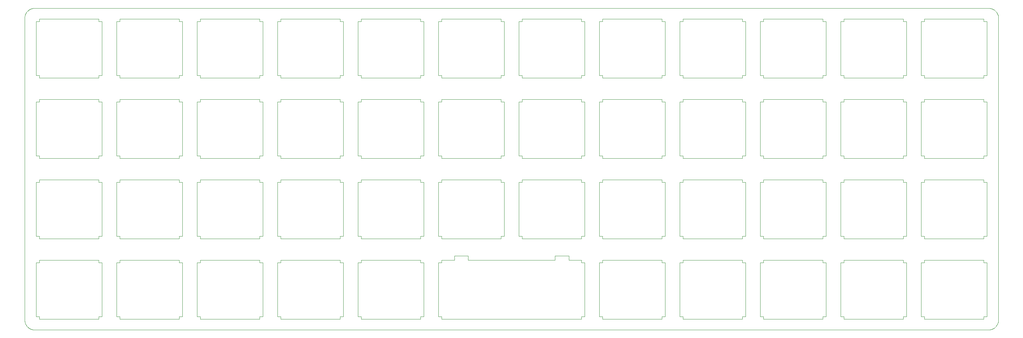
<source format=gm1>
G04 #@! TF.GenerationSoftware,KiCad,Pcbnew,(5.0.0)*
G04 #@! TF.CreationDate,2018-11-27T16:47:10-08:00*
G04 #@! TF.ProjectId,ContraTopPlate,436F6E747261546F70506C6174652E6B,rev?*
G04 #@! TF.SameCoordinates,Original*
G04 #@! TF.FileFunction,Profile,NP*
%FSLAX46Y46*%
G04 Gerber Fmt 4.6, Leading zero omitted, Abs format (unit mm)*
G04 Created by KiCad (PCBNEW (5.0.0)) date 11/27/18 16:47:10*
%MOMM*%
%LPD*%
G01*
G04 APERTURE LIST*
G04 #@! TA.AperFunction,NonConductor*
%ADD10C,0.100000*%
G04 #@! TD*
G04 APERTURE END LIST*
D10*
G04 #@! TO.C,p1*
X171958000Y-70358000D02*
X171958000Y-83158600D01*
X153708000Y-83757900D02*
X167708000Y-83757900D01*
X191809000Y-83158600D02*
X191809000Y-83757900D01*
X210859000Y-83757900D02*
X224858000Y-83757900D01*
X205808000Y-70358000D02*
X205808000Y-69758600D01*
X148657000Y-70358000D02*
X148657000Y-69758600D01*
X186758000Y-69758600D02*
X172759000Y-69758600D01*
X134657800Y-83158600D02*
X134657800Y-83757900D01*
X187559000Y-70358000D02*
X186758000Y-70358000D01*
X224858000Y-83757900D02*
X224858000Y-83158600D01*
X224858000Y-83158600D02*
X225659000Y-83158600D01*
X206609000Y-70358000D02*
X205808000Y-70358000D01*
X186758000Y-83757900D02*
X186758000Y-83158600D01*
X148657000Y-83757900D02*
X148657000Y-83158600D01*
X152907000Y-70358000D02*
X152907000Y-83158600D01*
X171958000Y-83158600D02*
X172759000Y-83158600D01*
X191809000Y-69758600D02*
X191809000Y-70358000D01*
X148657000Y-69758600D02*
X134657800Y-69758600D01*
X225659000Y-83158600D02*
X225659000Y-70358000D01*
X167708000Y-83757900D02*
X167708000Y-83158600D01*
X149458000Y-70358000D02*
X148657000Y-70358000D01*
X205808000Y-69758600D02*
X191809000Y-69758600D01*
X210859000Y-69758600D02*
X210859000Y-70358000D01*
X229909000Y-69758600D02*
X229909000Y-70358000D01*
X229108000Y-70358000D02*
X229108000Y-83158600D01*
X210058000Y-70358000D02*
X210058000Y-83158600D01*
X229108000Y-83158600D02*
X229909000Y-83158600D01*
X191008000Y-83158600D02*
X191809000Y-83158600D01*
X172759000Y-69758600D02*
X172759000Y-70358000D01*
X168509000Y-70358000D02*
X167708000Y-70358000D01*
X153708000Y-69758600D02*
X153708000Y-70358000D01*
X153708000Y-70358000D02*
X152907000Y-70358000D01*
X167708000Y-69758600D02*
X153708000Y-69758600D01*
X133858400Y-70358000D02*
X133858400Y-83158600D01*
X172759000Y-70358000D02*
X171958000Y-70358000D01*
X224858000Y-69758600D02*
X210859000Y-69758600D01*
X186758000Y-70358000D02*
X186758000Y-69758600D01*
X206609000Y-83158600D02*
X206609000Y-70358000D01*
X134657800Y-69758600D02*
X134657800Y-70358000D01*
X172759000Y-83158600D02*
X172759000Y-83757900D01*
X148657000Y-83158600D02*
X149458000Y-83158600D01*
X168509000Y-83158600D02*
X168509000Y-70358000D01*
X134657800Y-70358000D02*
X133858400Y-70358000D01*
X205808000Y-83158600D02*
X206609000Y-83158600D01*
X186758000Y-83158600D02*
X187559000Y-83158600D01*
X187559000Y-83158600D02*
X187559000Y-70358000D01*
X191008000Y-70358000D02*
X191008000Y-83158600D01*
X210859000Y-70358000D02*
X210058000Y-70358000D01*
X210058000Y-83158600D02*
X210859000Y-83158600D01*
X210859000Y-83158600D02*
X210859000Y-83757900D01*
X225659000Y-70358000D02*
X224858000Y-70358000D01*
X134657800Y-83757900D02*
X148657000Y-83757900D01*
X167708000Y-83158600D02*
X168509000Y-83158600D01*
X224858000Y-70358000D02*
X224858000Y-69758600D01*
X133858400Y-83158600D02*
X134657800Y-83158600D01*
X167708000Y-70358000D02*
X167708000Y-69758600D01*
X172759000Y-83757900D02*
X186758000Y-83757900D01*
X191809000Y-83757900D02*
X205808000Y-83757900D01*
X205808000Y-83757900D02*
X205808000Y-83158600D01*
X191809000Y-70358000D02*
X191008000Y-70358000D01*
X229909000Y-70358000D02*
X229108000Y-70358000D01*
X149458000Y-83158600D02*
X149458000Y-70358000D01*
X152907000Y-83158600D02*
X153708000Y-83158600D01*
X153708000Y-83158600D02*
X153708000Y-83757900D01*
X72458500Y-83757900D02*
X72458500Y-83158600D01*
X92309300Y-70358000D02*
X91508500Y-70358000D01*
X53408600Y-83158600D02*
X54209200Y-83158600D01*
X58459100Y-69758600D02*
X58459100Y-70358000D01*
X72458500Y-83158600D02*
X73259300Y-83158600D01*
X96559200Y-83757900D02*
X110558500Y-83757900D01*
X110558500Y-69758600D02*
X96559200Y-69758600D01*
X114808400Y-83158600D02*
X115609200Y-83158600D01*
X130407900Y-83158600D02*
X130407900Y-70358000D01*
X130407900Y-70358000D02*
X129608500Y-70358000D01*
X91508500Y-83158600D02*
X92309300Y-83158600D01*
X129608500Y-70358000D02*
X129608500Y-69758600D01*
X76708400Y-70358000D02*
X76708400Y-83158600D01*
X96559200Y-83158600D02*
X96559200Y-83757900D01*
X58459100Y-83757900D02*
X72458500Y-83757900D01*
X77509200Y-83158600D02*
X77509200Y-83757900D01*
X110558500Y-83158600D02*
X111359300Y-83158600D01*
X77509200Y-69758600D02*
X77509200Y-70358000D01*
X111359300Y-70358000D02*
X110558500Y-70358000D01*
X96559200Y-70358000D02*
X95758400Y-70358000D01*
X38608470Y-70358000D02*
X38608470Y-83158600D01*
X38608470Y-83158600D02*
X39409100Y-83158600D01*
X53408600Y-83757900D02*
X53408600Y-83158600D01*
X95758400Y-83158600D02*
X96559200Y-83158600D01*
X92309300Y-83158600D02*
X92309300Y-70358000D01*
X110558500Y-83757900D02*
X110558500Y-83158600D01*
X57658500Y-83158600D02*
X58459100Y-83158600D01*
X58459100Y-70358000D02*
X57658500Y-70358000D01*
X91508500Y-70358000D02*
X91508500Y-69758600D01*
X115609200Y-69758600D02*
X115609200Y-70358000D01*
X262958000Y-88808600D02*
X248959000Y-88808600D01*
X54209200Y-70358000D02*
X53408600Y-70358000D01*
X115609200Y-83158600D02*
X115609200Y-83757900D01*
X129608500Y-69758600D02*
X115609200Y-69758600D01*
X263759000Y-89408000D02*
X262958000Y-89408000D01*
X262958000Y-89408000D02*
X262958000Y-88808600D01*
X72458500Y-69758600D02*
X58459100Y-69758600D01*
X53408600Y-70358000D02*
X53408600Y-69758600D01*
X39409100Y-83158600D02*
X39409100Y-83757900D01*
X76708400Y-83158600D02*
X77509200Y-83158600D01*
X73259300Y-70358000D02*
X72458500Y-70358000D01*
X91508500Y-83757900D02*
X91508500Y-83158600D01*
X91508500Y-69758600D02*
X77509200Y-69758600D01*
X96559200Y-69758600D02*
X96559200Y-70358000D01*
X39409100Y-83757900D02*
X53408600Y-83757900D01*
X53408600Y-69758600D02*
X39409100Y-69758600D01*
X57658500Y-70358000D02*
X57658500Y-83158600D01*
X39409100Y-70358000D02*
X38608470Y-70358000D01*
X77509200Y-70358000D02*
X76708400Y-70358000D01*
X72458500Y-70358000D02*
X72458500Y-69758600D01*
X95758400Y-70358000D02*
X95758400Y-83158600D01*
X111359300Y-83158600D02*
X111359300Y-70358000D01*
X110558500Y-70358000D02*
X110558500Y-69758600D01*
X77509200Y-83757900D02*
X91508500Y-83757900D01*
X39409100Y-69758600D02*
X39409100Y-70358000D01*
X54209200Y-83158600D02*
X54209200Y-70358000D01*
X115609200Y-70358000D02*
X114808400Y-70358000D01*
X114808400Y-70358000D02*
X114808400Y-83158600D01*
X115609200Y-83757900D02*
X129608500Y-83757900D01*
X129608500Y-83757900D02*
X129608500Y-83158600D01*
X58459100Y-83158600D02*
X58459100Y-83757900D01*
X73259300Y-83158600D02*
X73259300Y-70358000D01*
X129608500Y-83158600D02*
X130407900Y-83158600D01*
X248959000Y-70358000D02*
X248158000Y-70358000D01*
X262958000Y-83158600D02*
X263759000Y-83158600D01*
X244709000Y-83158600D02*
X244709000Y-70358000D01*
X229909000Y-83158600D02*
X229909000Y-83757900D01*
X243908000Y-83757900D02*
X243908000Y-83158600D01*
X262958000Y-83757900D02*
X262958000Y-83158600D01*
X244709000Y-70358000D02*
X243908000Y-70358000D01*
X263759000Y-70358000D02*
X262958000Y-70358000D01*
X263759000Y-83158600D02*
X263759000Y-70358000D01*
X262958000Y-69758600D02*
X248959000Y-69758600D01*
X248959000Y-69758600D02*
X248959000Y-70358000D01*
X243908000Y-83158600D02*
X244709000Y-83158600D01*
X248959000Y-83757900D02*
X262958000Y-83757900D01*
X248959000Y-83158600D02*
X248959000Y-83757900D01*
X262958000Y-70358000D02*
X262958000Y-69758600D01*
X243908000Y-69758600D02*
X229909000Y-69758600D01*
X229909000Y-83757900D02*
X243908000Y-83757900D01*
X248158000Y-70358000D02*
X248158000Y-83158600D01*
X248158000Y-83158600D02*
X248959000Y-83158600D01*
X243908000Y-70358000D02*
X243908000Y-69758600D01*
X186758000Y-140308580D02*
X187559000Y-140308580D01*
X172759000Y-127508000D02*
X171958000Y-127508000D01*
X187559000Y-140308580D02*
X187559000Y-127508000D01*
X187559000Y-127508000D02*
X186758000Y-127508000D01*
X205808000Y-140908030D02*
X205808000Y-140308580D01*
X205808000Y-127508000D02*
X205808000Y-126908500D01*
X210058000Y-140308580D02*
X210859000Y-140308580D01*
X186758000Y-140908030D02*
X186758000Y-140308580D01*
X224858000Y-140908030D02*
X224858000Y-140308580D01*
X191008000Y-140308580D02*
X191809000Y-140308580D01*
X206609000Y-140308580D02*
X206609000Y-127508000D01*
X191809000Y-127508000D02*
X191008000Y-127508000D01*
X191809000Y-140908030D02*
X205808000Y-140908030D01*
X171958000Y-127508000D02*
X171958000Y-140308580D01*
X172759000Y-140308580D02*
X172759000Y-140908030D01*
X206609000Y-127508000D02*
X205808000Y-127508000D01*
X205808000Y-126908500D02*
X191809000Y-126908500D01*
X210859000Y-126908500D02*
X210859000Y-127508000D01*
X210859000Y-127508000D02*
X210058000Y-127508000D01*
X210058000Y-127508000D02*
X210058000Y-140308580D01*
X191809000Y-126908500D02*
X191809000Y-127508000D01*
X172759000Y-126908500D02*
X172759000Y-127508000D01*
X171958000Y-140308580D02*
X172759000Y-140308580D01*
X186758000Y-127508000D02*
X186758000Y-126908500D01*
X191809000Y-140308580D02*
X191809000Y-140908030D01*
X205808000Y-140308580D02*
X206609000Y-140308580D01*
X191008000Y-127508000D02*
X191008000Y-140308580D01*
X186758000Y-126908500D02*
X172759000Y-126908500D01*
X210859000Y-140308580D02*
X210859000Y-140908030D01*
X172759000Y-140908030D02*
X186758000Y-140908030D01*
X210859000Y-140908030D02*
X224858000Y-140908030D01*
X229909000Y-140308580D02*
X229909000Y-140908030D01*
X224858000Y-127508000D02*
X224858000Y-126908500D01*
X229909000Y-140908030D02*
X243908000Y-140908030D01*
X243908000Y-140908030D02*
X243908000Y-140308580D01*
X248158000Y-140308580D02*
X248959000Y-140308580D01*
X262958000Y-140308580D02*
X263759000Y-140308580D01*
X39409100Y-107858600D02*
X39409100Y-108458000D01*
X229108000Y-140308580D02*
X229909000Y-140308580D01*
X39409100Y-108458000D02*
X38608470Y-108458000D01*
X248959000Y-126908500D02*
X248959000Y-127508000D01*
X248959000Y-140908030D02*
X262958000Y-140908030D01*
X243908000Y-127508000D02*
X243908000Y-126908500D01*
X248158000Y-127508000D02*
X248158000Y-140308580D01*
X224858000Y-126908500D02*
X210859000Y-126908500D01*
X229909000Y-127508000D02*
X229108000Y-127508000D01*
X224858000Y-140308580D02*
X225659000Y-140308580D01*
X262958000Y-140908030D02*
X262958000Y-140308580D01*
X263759000Y-140308580D02*
X263759000Y-127508000D01*
X225659000Y-140308580D02*
X225659000Y-127508000D01*
X263759000Y-127508000D02*
X262958000Y-127508000D01*
X244709000Y-127508000D02*
X243908000Y-127508000D01*
X225659000Y-127508000D02*
X224858000Y-127508000D01*
X229909000Y-126908500D02*
X229909000Y-127508000D01*
X243908000Y-140308580D02*
X244709000Y-140308580D01*
X248959000Y-127508000D02*
X248158000Y-127508000D01*
X248959000Y-140308580D02*
X248959000Y-140908030D01*
X243908000Y-126908500D02*
X229909000Y-126908500D01*
X244709000Y-140308580D02*
X244709000Y-127508000D01*
X262958000Y-127508000D02*
X262958000Y-126908500D01*
X229108000Y-127508000D02*
X229108000Y-140308580D01*
X262958000Y-126908500D02*
X248959000Y-126908500D01*
X264291000Y-143427084D02*
X264105000Y-143433974D01*
X36865250Y-142979219D02*
X36717797Y-142863466D01*
X36337460Y-142452810D02*
X36234107Y-142297090D01*
X35948852Y-141609450D02*
X35913024Y-141426170D01*
X35882707Y-141054100D02*
X35884085Y-69614000D01*
X35913024Y-69240400D02*
X35948852Y-69057000D01*
X37353070Y-143252073D02*
X37182200Y-143174902D01*
X36581371Y-142736685D02*
X36453214Y-142600262D01*
X37707230Y-143369206D02*
X37528090Y-143318218D01*
X37019590Y-143083952D02*
X36865250Y-142979219D01*
X36453214Y-142600262D02*
X36337460Y-142452810D01*
X36064608Y-141964980D02*
X35999840Y-141789970D01*
X35999840Y-141789970D02*
X35948852Y-141609450D01*
X36234107Y-142297090D02*
X36143157Y-142134480D01*
X36143157Y-142134480D02*
X36064608Y-141964980D01*
X35913024Y-141426170D02*
X35890975Y-141240140D01*
X35890975Y-69426300D02*
X35913024Y-69240400D01*
X37890510Y-143405035D02*
X37707230Y-143369206D01*
X37182200Y-143174902D02*
X37019590Y-143083952D01*
X35884085Y-69614000D02*
X35890975Y-69426300D01*
X38263960Y-143433974D02*
X38076550Y-143427084D01*
X35999840Y-68878100D02*
X36064608Y-68702800D01*
X36717797Y-142863466D02*
X36581371Y-142736685D01*
X37528090Y-143318218D02*
X37353070Y-143252073D01*
X38076550Y-143427084D02*
X37890510Y-143405035D01*
X36064608Y-68702800D02*
X36143157Y-68532000D01*
X35948852Y-69057000D02*
X35999840Y-68878100D01*
X36143157Y-68532000D02*
X36234107Y-68369400D01*
X35890975Y-141240140D02*
X35882707Y-141054100D01*
X36234107Y-68369400D02*
X36337460Y-68215200D01*
X264105000Y-143433974D02*
X38263960Y-143433974D01*
X210859000Y-107858600D02*
X210859000Y-108458000D01*
X248959000Y-121258600D02*
X248959000Y-121858000D01*
X248959000Y-121858000D02*
X262958000Y-121858000D01*
X229909000Y-107858600D02*
X229909000Y-108458000D01*
X262958000Y-121858000D02*
X262958000Y-121258600D01*
X38608470Y-102208600D02*
X39409100Y-102208600D01*
X243908000Y-107858600D02*
X229909000Y-107858600D01*
X53408600Y-102807900D02*
X53408600Y-102208600D01*
X191809000Y-121858000D02*
X205808000Y-121858000D01*
X206609000Y-121258600D02*
X206609000Y-108458000D01*
X229909000Y-121858000D02*
X243908000Y-121858000D01*
X205808000Y-108458000D02*
X205808000Y-107858600D01*
X210859000Y-108458000D02*
X210058000Y-108458000D01*
X53408600Y-88808600D02*
X39409100Y-88808600D01*
X191008000Y-108458000D02*
X191008000Y-121258600D01*
X243908000Y-121258600D02*
X244709000Y-121258600D01*
X248158000Y-121258600D02*
X248959000Y-121258600D01*
X205808000Y-121258600D02*
X206609000Y-121258600D01*
X191809000Y-121258600D02*
X191809000Y-121858000D01*
X248959000Y-107858600D02*
X248959000Y-108458000D01*
X243908000Y-108458000D02*
X243908000Y-107858600D01*
X210859000Y-121858000D02*
X224858000Y-121858000D01*
X39409100Y-102208600D02*
X39409100Y-102807900D01*
X262958000Y-121258600D02*
X263759000Y-121258600D01*
X53408600Y-102208600D02*
X54209200Y-102208600D01*
X53408600Y-89408000D02*
X53408600Y-88808600D01*
X58459100Y-88808600D02*
X58459100Y-89408000D01*
X58459100Y-89408000D02*
X57658500Y-89408000D01*
X57658500Y-89408000D02*
X57658500Y-102208600D01*
X210058000Y-121258600D02*
X210859000Y-121258600D01*
X229108000Y-121258600D02*
X229909000Y-121258600D01*
X206609000Y-108458000D02*
X205808000Y-108458000D01*
X229909000Y-121258600D02*
X229909000Y-121858000D01*
X191809000Y-107858600D02*
X191809000Y-108458000D01*
X191809000Y-108458000D02*
X191008000Y-108458000D01*
X224858000Y-121858000D02*
X224858000Y-121258600D01*
X225659000Y-121258600D02*
X225659000Y-108458000D01*
X191008000Y-121258600D02*
X191809000Y-121258600D01*
X224858000Y-108458000D02*
X224858000Y-107858600D01*
X229909000Y-108458000D02*
X229108000Y-108458000D01*
X244709000Y-121258600D02*
X244709000Y-108458000D01*
X224858000Y-121258600D02*
X225659000Y-121258600D01*
X229108000Y-108458000D02*
X229108000Y-121258600D01*
X248959000Y-108458000D02*
X248158000Y-108458000D01*
X205808000Y-107858600D02*
X191809000Y-107858600D01*
X224858000Y-107858600D02*
X210859000Y-107858600D01*
X243908000Y-121858000D02*
X243908000Y-121258600D01*
X248158000Y-108458000D02*
X248158000Y-121258600D01*
X263759000Y-108458000D02*
X262958000Y-108458000D01*
X210058000Y-108458000D02*
X210058000Y-121258600D01*
X262958000Y-108458000D02*
X262958000Y-107858600D01*
X39409100Y-88808600D02*
X39409100Y-89408000D01*
X39409100Y-89408000D02*
X38608470Y-89408000D01*
X38608470Y-89408000D02*
X38608470Y-102208600D01*
X39409100Y-102807900D02*
X53408600Y-102807900D01*
X54209200Y-89408000D02*
X53408600Y-89408000D01*
X263759000Y-121258600D02*
X263759000Y-108458000D01*
X54209200Y-102208600D02*
X54209200Y-89408000D01*
X225659000Y-108458000D02*
X224858000Y-108458000D01*
X262958000Y-107858600D02*
X248959000Y-107858600D01*
X210859000Y-121258600D02*
X210859000Y-121858000D01*
X205808000Y-121858000D02*
X205808000Y-121258600D01*
X244709000Y-108458000D02*
X243908000Y-108458000D01*
X129608500Y-140908030D02*
X129608500Y-140308580D01*
X129608500Y-140308580D02*
X130407900Y-140308580D01*
X130407900Y-140308580D02*
X130407900Y-127508000D01*
X133858400Y-140308580D02*
X134657800Y-140308580D01*
X167708000Y-140308580D02*
X168509000Y-140308580D01*
X164734000Y-126908500D02*
X164734000Y-125938400D01*
X161434000Y-126908500D02*
X140933000Y-126908500D01*
X115609200Y-140908030D02*
X129608500Y-140908030D01*
X134657800Y-126908500D02*
X134657800Y-127508000D01*
X134657800Y-140908030D02*
X167708000Y-140908030D01*
X137634000Y-125938400D02*
X137634000Y-126908500D01*
X133858400Y-127508000D02*
X133858400Y-140308580D01*
X167708000Y-140908030D02*
X167708000Y-140308580D01*
X115609200Y-127508000D02*
X114808400Y-127508000D01*
X114808400Y-140308580D02*
X115609200Y-140308580D01*
X168509000Y-140308580D02*
X168509000Y-127508000D01*
X168509000Y-127508000D02*
X167708000Y-127508000D01*
X167708000Y-127508000D02*
X167708000Y-126908500D01*
X167708000Y-126908500D02*
X164734000Y-126908500D01*
X129608500Y-126908500D02*
X115609200Y-126908500D01*
X134657800Y-127508000D02*
X133858400Y-127508000D01*
X164734000Y-125938400D02*
X161433000Y-125938400D01*
X114808400Y-127508000D02*
X114808400Y-140308580D01*
X130407900Y-127508000D02*
X129608500Y-127508000D01*
X134657800Y-140308580D02*
X134657800Y-140908030D01*
X137634000Y-126908500D02*
X134657800Y-126908500D01*
X129608500Y-127508000D02*
X129608500Y-126908500D01*
X140933000Y-126908500D02*
X140933000Y-125938400D01*
X140933000Y-125938400D02*
X137634000Y-125938400D01*
X115609200Y-140308580D02*
X115609200Y-140908030D01*
X161433000Y-125938400D02*
X161434000Y-126908500D01*
X73259300Y-127508000D02*
X72458500Y-127508000D01*
X72458500Y-127508000D02*
X72458500Y-126908500D01*
X72458500Y-126908500D02*
X58459100Y-126908500D01*
X92309300Y-140308580D02*
X92309300Y-127508000D01*
X96559200Y-126908500D02*
X96559200Y-127508000D01*
X96559200Y-140908030D02*
X110558500Y-140908030D01*
X111359300Y-140308580D02*
X111359300Y-127508000D01*
X73259300Y-140308580D02*
X73259300Y-127508000D01*
X77509200Y-140908030D02*
X91508500Y-140908030D01*
X91508500Y-127508000D02*
X91508500Y-126908500D01*
X76708400Y-140308580D02*
X77509200Y-140308580D01*
X91508500Y-140308580D02*
X92309300Y-140308580D01*
X91508500Y-126908500D02*
X77509200Y-126908500D01*
X72458500Y-140908030D02*
X72458500Y-140308580D01*
X95758400Y-140308580D02*
X96559200Y-140308580D01*
X96559200Y-127508000D02*
X95758400Y-127508000D01*
X95758400Y-127508000D02*
X95758400Y-140308580D01*
X96559200Y-140308580D02*
X96559200Y-140908030D01*
X110558500Y-140908030D02*
X110558500Y-140308580D01*
X76708400Y-127508000D02*
X76708400Y-140308580D01*
X91508500Y-140908030D02*
X91508500Y-140308580D01*
X111359300Y-127508000D02*
X110558500Y-127508000D01*
X77509200Y-126908500D02*
X77509200Y-127508000D01*
X110558500Y-126908500D02*
X96559200Y-126908500D01*
X92309300Y-127508000D02*
X91508500Y-127508000D01*
X77509200Y-140308580D02*
X77509200Y-140908030D01*
X77509200Y-127508000D02*
X76708400Y-127508000D01*
X110558500Y-127508000D02*
X110558500Y-126908500D01*
X115609200Y-126908500D02*
X115609200Y-127508000D01*
X72458500Y-140308580D02*
X73259300Y-140308580D01*
X110558500Y-140308580D02*
X111359300Y-140308580D01*
X58459100Y-108458000D02*
X57658500Y-108458000D01*
X38608470Y-108458000D02*
X38608470Y-121258600D01*
X53408600Y-121258600D02*
X54209200Y-121258600D01*
X57658500Y-108458000D02*
X57658500Y-121258600D01*
X57658500Y-121258600D02*
X58459100Y-121258600D01*
X77509200Y-107858600D02*
X77509200Y-108458000D01*
X77509200Y-121258600D02*
X77509200Y-121858000D01*
X58459100Y-107858600D02*
X58459100Y-108458000D01*
X91508500Y-121258600D02*
X92309300Y-121258600D01*
X92309300Y-121258600D02*
X92309300Y-108458000D01*
X73259300Y-108458000D02*
X72458500Y-108458000D01*
X76708400Y-108458000D02*
X76708400Y-121258600D01*
X72458500Y-121258600D02*
X73259300Y-121258600D01*
X54209200Y-121258600D02*
X54209200Y-108458000D01*
X53408600Y-108458000D02*
X53408600Y-107858600D01*
X39409100Y-121258600D02*
X39409100Y-121858000D01*
X72458500Y-107858600D02*
X58459100Y-107858600D01*
X76708400Y-121258600D02*
X77509200Y-121258600D01*
X39409100Y-121858000D02*
X53408600Y-121858000D01*
X77509200Y-121858000D02*
X91508500Y-121858000D01*
X91508500Y-121858000D02*
X91508500Y-121258600D01*
X53408600Y-121858000D02*
X53408600Y-121258600D01*
X54209200Y-108458000D02*
X53408600Y-108458000D01*
X72458500Y-121858000D02*
X72458500Y-121258600D01*
X58459100Y-121258600D02*
X58459100Y-121858000D01*
X72458500Y-108458000D02*
X72458500Y-107858600D01*
X38608470Y-121258600D02*
X39409100Y-121258600D01*
X73259300Y-121258600D02*
X73259300Y-108458000D01*
X58459100Y-121858000D02*
X72458500Y-121858000D01*
X53408600Y-107858600D02*
X39409100Y-107858600D01*
X77509200Y-108458000D02*
X76708400Y-108458000D01*
X167708000Y-88808600D02*
X153708000Y-88808600D01*
X244709000Y-89408000D02*
X243908000Y-89408000D01*
X243908000Y-88808600D02*
X229909000Y-88808600D01*
X191809000Y-88808600D02*
X191809000Y-89408000D01*
X191008000Y-89408000D02*
X191008000Y-102208600D01*
X167708000Y-102807900D02*
X167708000Y-102208600D01*
X172759000Y-102807900D02*
X186758000Y-102807900D01*
X206609000Y-89408000D02*
X205808000Y-89408000D01*
X224858000Y-89408000D02*
X224858000Y-88808600D01*
X191008000Y-102208600D02*
X191809000Y-102208600D01*
X229108000Y-102208600D02*
X229909000Y-102208600D01*
X243908000Y-89408000D02*
X243908000Y-88808600D01*
X172759000Y-102208600D02*
X172759000Y-102807900D01*
X248959000Y-89408000D02*
X248158000Y-89408000D01*
X167708000Y-102208600D02*
X168509000Y-102208600D01*
X244709000Y-102208600D02*
X244709000Y-89408000D01*
X248959000Y-102208600D02*
X248959000Y-102807900D01*
X205808000Y-102208600D02*
X206609000Y-102208600D01*
X262958000Y-102807900D02*
X262958000Y-102208600D01*
X262958000Y-102208600D02*
X263759000Y-102208600D01*
X186758000Y-102208600D02*
X187559000Y-102208600D01*
X186758000Y-102807900D02*
X186758000Y-102208600D01*
X210859000Y-102807900D02*
X224858000Y-102807900D01*
X224858000Y-102807900D02*
X224858000Y-102208600D01*
X225659000Y-89408000D02*
X224858000Y-89408000D01*
X187559000Y-89408000D02*
X186758000Y-89408000D01*
X263759000Y-102208600D02*
X263759000Y-89408000D01*
X167708000Y-89408000D02*
X167708000Y-88808600D01*
X229909000Y-102208600D02*
X229909000Y-102807900D01*
X243908000Y-102807900D02*
X243908000Y-102208600D01*
X248959000Y-102807900D02*
X262958000Y-102807900D01*
X210058000Y-89408000D02*
X210058000Y-102208600D01*
X205808000Y-102807900D02*
X205808000Y-102208600D01*
X229909000Y-88808600D02*
X229909000Y-89408000D01*
X248158000Y-102208600D02*
X248959000Y-102208600D01*
X205808000Y-89408000D02*
X205808000Y-88808600D01*
X186758000Y-88808600D02*
X172759000Y-88808600D01*
X171958000Y-102208600D02*
X172759000Y-102208600D01*
X186758000Y-89408000D02*
X186758000Y-88808600D01*
X210859000Y-89408000D02*
X210058000Y-89408000D01*
X171958000Y-89408000D02*
X171958000Y-102208600D01*
X187559000Y-102208600D02*
X187559000Y-89408000D01*
X191809000Y-102807900D02*
X205808000Y-102807900D01*
X168509000Y-89408000D02*
X167708000Y-89408000D01*
X224858000Y-102208600D02*
X225659000Y-102208600D01*
X225659000Y-102208600D02*
X225659000Y-89408000D01*
X229909000Y-89408000D02*
X229108000Y-89408000D01*
X191809000Y-102208600D02*
X191809000Y-102807900D01*
X206609000Y-102208600D02*
X206609000Y-89408000D01*
X210859000Y-102208600D02*
X210859000Y-102807900D01*
X229108000Y-89408000D02*
X229108000Y-102208600D01*
X229909000Y-102807900D02*
X243908000Y-102807900D01*
X248959000Y-88808600D02*
X248959000Y-89408000D01*
X248158000Y-89408000D02*
X248158000Y-102208600D01*
X210859000Y-88808600D02*
X210859000Y-89408000D01*
X205808000Y-88808600D02*
X191809000Y-88808600D01*
X210058000Y-102208600D02*
X210859000Y-102208600D01*
X172759000Y-88808600D02*
X172759000Y-89408000D01*
X168509000Y-102208600D02*
X168509000Y-89408000D01*
X172759000Y-89408000D02*
X171958000Y-89408000D01*
X224858000Y-88808600D02*
X210859000Y-88808600D01*
X243908000Y-102208600D02*
X244709000Y-102208600D01*
X191809000Y-89408000D02*
X191008000Y-89408000D01*
X266419000Y-69057000D02*
X266455000Y-69240400D01*
X266485000Y-141054100D02*
X266477000Y-141240140D01*
X266030000Y-142452810D02*
X265913000Y-142600262D01*
X265650000Y-142863466D02*
X265502000Y-142979219D01*
X265184000Y-143174902D02*
X265014000Y-143252073D01*
X266225000Y-68532000D02*
X266303000Y-68702800D01*
X266477000Y-69426300D02*
X266485000Y-69614000D01*
X266030000Y-68215200D02*
X266133000Y-68369400D01*
X266368000Y-68878100D02*
X266419000Y-69057000D01*
X266485000Y-69614000D02*
X266485000Y-141054100D01*
X266419000Y-141609450D02*
X266368000Y-141789970D01*
X266477000Y-141240140D02*
X266455000Y-141426170D01*
X266455000Y-141426170D02*
X266419000Y-141609450D01*
X266368000Y-141789970D02*
X266303000Y-141964980D01*
X266303000Y-68702800D02*
X266368000Y-68878100D01*
X266225000Y-142134480D02*
X266133000Y-142297090D01*
X265913000Y-142600262D02*
X265786000Y-142736685D01*
X265786000Y-142736685D02*
X265650000Y-142863466D01*
X265502000Y-142979219D02*
X265348000Y-143083952D01*
X266455000Y-69240400D02*
X266477000Y-69426300D01*
X266133000Y-68369400D02*
X266225000Y-68532000D01*
X265348000Y-143083952D02*
X265184000Y-143174902D01*
X264839000Y-143318218D02*
X264659000Y-143369206D01*
X266133000Y-142297090D02*
X266030000Y-142452810D01*
X265014000Y-143252073D02*
X264839000Y-143318218D01*
X264659000Y-143369206D02*
X264477000Y-143405035D01*
X266303000Y-141964980D02*
X266225000Y-142134480D01*
X264477000Y-143405035D02*
X264291000Y-143427084D01*
X76708400Y-102208600D02*
X77509200Y-102208600D01*
X96559200Y-88808600D02*
X96559200Y-89408000D01*
X110558500Y-88808600D02*
X96559200Y-88808600D01*
X114808400Y-89408000D02*
X114808400Y-102208600D01*
X114808400Y-102208600D02*
X115609200Y-102208600D01*
X73259300Y-102208600D02*
X73259300Y-89408000D01*
X115609200Y-102208600D02*
X115609200Y-102807900D01*
X134657800Y-102208600D02*
X134657800Y-102807900D01*
X152907000Y-102208600D02*
X153708000Y-102208600D01*
X133858400Y-102208600D02*
X134657800Y-102208600D01*
X110558500Y-102208600D02*
X111359300Y-102208600D01*
X130407900Y-102208600D02*
X130407900Y-89408000D01*
X134657800Y-102807900D02*
X148657000Y-102807900D01*
X58459100Y-102208600D02*
X58459100Y-102807900D01*
X77509200Y-88808600D02*
X77509200Y-89408000D01*
X96559200Y-89408000D02*
X95758400Y-89408000D01*
X73259300Y-89408000D02*
X72458500Y-89408000D01*
X96559200Y-102208600D02*
X96559200Y-102807900D01*
X110558500Y-89408000D02*
X110558500Y-88808600D01*
X72458500Y-102208600D02*
X73259300Y-102208600D01*
X77509200Y-102208600D02*
X77509200Y-102807900D01*
X110558500Y-102807900D02*
X110558500Y-102208600D01*
X129608500Y-102208600D02*
X130407900Y-102208600D01*
X148657000Y-102807900D02*
X148657000Y-102208600D01*
X148657000Y-89408000D02*
X148657000Y-88808600D01*
X153708000Y-88808600D02*
X153708000Y-89408000D01*
X129608500Y-89408000D02*
X129608500Y-88808600D01*
X130407900Y-89408000D02*
X129608500Y-89408000D01*
X153708000Y-102208600D02*
X153708000Y-102807900D01*
X72458500Y-89408000D02*
X72458500Y-88808600D01*
X72458500Y-88808600D02*
X58459100Y-88808600D01*
X91508500Y-102208600D02*
X92309300Y-102208600D01*
X92309300Y-89408000D02*
X91508500Y-89408000D01*
X91508500Y-89408000D02*
X91508500Y-88808600D01*
X91508500Y-88808600D02*
X77509200Y-88808600D01*
X115609200Y-89408000D02*
X114808400Y-89408000D01*
X134657800Y-88808600D02*
X134657800Y-89408000D01*
X111359300Y-102208600D02*
X111359300Y-89408000D01*
X153708000Y-102807900D02*
X167708000Y-102807900D01*
X58459100Y-102807900D02*
X72458500Y-102807900D01*
X91508500Y-102807900D02*
X91508500Y-102208600D01*
X95758400Y-89408000D02*
X95758400Y-102208600D01*
X133858400Y-89408000D02*
X133858400Y-102208600D01*
X129608500Y-102807900D02*
X129608500Y-102208600D01*
X134657800Y-89408000D02*
X133858400Y-89408000D01*
X96559200Y-102807900D02*
X110558500Y-102807900D01*
X115609200Y-88808600D02*
X115609200Y-89408000D01*
X115609200Y-102807900D02*
X129608500Y-102807900D01*
X129608500Y-88808600D02*
X115609200Y-88808600D01*
X149458000Y-102208600D02*
X149458000Y-89408000D01*
X57658500Y-102208600D02*
X58459100Y-102208600D01*
X149458000Y-89408000D02*
X148657000Y-89408000D01*
X77509200Y-102807900D02*
X91508500Y-102807900D01*
X111359300Y-89408000D02*
X110558500Y-89408000D01*
X92309300Y-102208600D02*
X92309300Y-89408000D01*
X148657000Y-102208600D02*
X149458000Y-102208600D01*
X95758400Y-102208600D02*
X96559200Y-102208600D01*
X148657000Y-88808600D02*
X134657800Y-88808600D01*
X153708000Y-89408000D02*
X152907000Y-89408000D01*
X152907000Y-89408000D02*
X152907000Y-102208600D01*
X72458500Y-102807900D02*
X72458500Y-102208600D01*
X77509200Y-89408000D02*
X76708400Y-89408000D01*
X76708400Y-89408000D02*
X76708400Y-102208600D01*
X36453214Y-68067800D02*
X36581371Y-67931300D01*
X36581371Y-67931300D02*
X36717797Y-67803200D01*
X36717797Y-67803200D02*
X36865250Y-67687500D01*
X38263960Y-67232800D02*
X264105000Y-67233800D01*
X38608470Y-140308580D02*
X39409100Y-140308580D01*
X54209200Y-140308580D02*
X54209200Y-127508000D01*
X53408600Y-126908500D02*
X39409100Y-126908500D01*
X36337460Y-68215200D02*
X36453214Y-68067800D01*
X37707230Y-67298700D02*
X37890510Y-67262700D01*
X39409100Y-127508000D02*
X38608470Y-127508000D01*
X37353070Y-67414400D02*
X37528090Y-67349900D01*
X38076550Y-67240900D02*
X38263960Y-67232800D01*
X38608470Y-127508000D02*
X38608470Y-140308580D01*
X53408600Y-140908030D02*
X53408600Y-140308580D01*
X53408600Y-140308580D02*
X54209200Y-140308580D01*
X39409100Y-140308580D02*
X39409100Y-140908030D01*
X39409100Y-140908030D02*
X53408600Y-140908030D01*
X54209200Y-127508000D02*
X53408600Y-127508000D01*
X58459100Y-126908500D02*
X58459100Y-127508000D01*
X37182200Y-67493100D02*
X37353070Y-67414400D01*
X37890510Y-67262700D02*
X38076550Y-67240900D01*
X57658500Y-127508000D02*
X57658500Y-140308580D01*
X36865250Y-67687500D02*
X37019590Y-67584100D01*
X58459100Y-140308580D02*
X58459100Y-140908030D01*
X39409100Y-126908500D02*
X39409100Y-127508000D01*
X37528090Y-67349900D02*
X37707230Y-67298700D01*
X37019590Y-67584100D02*
X37182200Y-67493100D01*
X58459100Y-127508000D02*
X57658500Y-127508000D01*
X57658500Y-140308580D02*
X58459100Y-140308580D01*
X58459100Y-140908030D02*
X72458500Y-140908030D01*
X53408600Y-127508000D02*
X53408600Y-126908500D01*
X264105000Y-67233800D02*
X264291000Y-67240900D01*
X264291000Y-67240900D02*
X264477000Y-67262700D01*
X264659000Y-67298700D02*
X264839000Y-67349900D01*
X264839000Y-67349900D02*
X265014000Y-67414400D01*
X265184000Y-67493100D02*
X265348000Y-67584100D01*
X265502000Y-67687500D02*
X265650000Y-67803200D01*
X265014000Y-67414400D02*
X265184000Y-67493100D01*
X265650000Y-67803200D02*
X265786000Y-67931300D01*
X265348000Y-67584100D02*
X265502000Y-67687500D01*
X265786000Y-67931300D02*
X265913000Y-68067800D01*
X265913000Y-68067800D02*
X266030000Y-68215200D01*
X264477000Y-67262700D02*
X264659000Y-67298700D01*
X110558500Y-108458000D02*
X110558500Y-107858600D01*
X134657800Y-108458000D02*
X133858400Y-108458000D01*
X91508500Y-107858600D02*
X77509200Y-107858600D01*
X96559200Y-121258600D02*
X96559200Y-121858000D01*
X110558500Y-107858600D02*
X96559200Y-107858600D01*
X130407900Y-108458000D02*
X129608500Y-108458000D01*
X149458000Y-108458000D02*
X148657000Y-108458000D01*
X152907000Y-121258600D02*
X153708000Y-121258600D01*
X167708000Y-121258600D02*
X168509000Y-121258600D01*
X172759000Y-107858600D02*
X172759000Y-108458000D01*
X129608500Y-107858600D02*
X115609200Y-107858600D01*
X134657800Y-107858600D02*
X134657800Y-108458000D01*
X129608500Y-121858000D02*
X129608500Y-121258600D01*
X187559000Y-108458000D02*
X186758000Y-108458000D01*
X111359300Y-108458000D02*
X110558500Y-108458000D01*
X130407900Y-121258600D02*
X130407900Y-108458000D01*
X149458000Y-121258600D02*
X149458000Y-108458000D01*
X115609200Y-121258600D02*
X115609200Y-121858000D01*
X148657000Y-107858600D02*
X134657800Y-107858600D01*
X153708000Y-108458000D02*
X152907000Y-108458000D01*
X91508500Y-108458000D02*
X91508500Y-107858600D01*
X134657800Y-121858000D02*
X148657000Y-121858000D01*
X153708000Y-121258600D02*
X153708000Y-121858000D01*
X171958000Y-121258600D02*
X172759000Y-121258600D01*
X148657000Y-121258600D02*
X149458000Y-121258600D01*
X148657000Y-108458000D02*
X148657000Y-107858600D01*
X110558500Y-121258600D02*
X111359300Y-121258600D01*
X96559200Y-121858000D02*
X110558500Y-121858000D01*
X133858400Y-108458000D02*
X133858400Y-121258600D01*
X133858400Y-121258600D02*
X134657800Y-121258600D01*
X168509000Y-121258600D02*
X168509000Y-108458000D01*
X96559200Y-108458000D02*
X95758400Y-108458000D01*
X187559000Y-121258600D02*
X187559000Y-108458000D01*
X186758000Y-108458000D02*
X186758000Y-107858600D01*
X114808400Y-121258600D02*
X115609200Y-121258600D01*
X129608500Y-121258600D02*
X130407900Y-121258600D01*
X167708000Y-121858000D02*
X167708000Y-121258600D01*
X95758400Y-108458000D02*
X95758400Y-121258600D01*
X153708000Y-107858600D02*
X153708000Y-108458000D01*
X134657800Y-121258600D02*
X134657800Y-121858000D01*
X115609200Y-108458000D02*
X114808400Y-108458000D01*
X186758000Y-107858600D02*
X172759000Y-107858600D01*
X129608500Y-108458000D02*
X129608500Y-107858600D01*
X148657000Y-121858000D02*
X148657000Y-121258600D01*
X92309300Y-108458000D02*
X91508500Y-108458000D01*
X95758400Y-121258600D02*
X96559200Y-121258600D01*
X110558500Y-121858000D02*
X110558500Y-121258600D01*
X115609200Y-121858000D02*
X129608500Y-121858000D01*
X168509000Y-108458000D02*
X167708000Y-108458000D01*
X114808400Y-108458000D02*
X114808400Y-121258600D01*
X167708000Y-108458000D02*
X167708000Y-107858600D01*
X152907000Y-108458000D02*
X152907000Y-121258600D01*
X167708000Y-107858600D02*
X153708000Y-107858600D01*
X172759000Y-108458000D02*
X171958000Y-108458000D01*
X96559200Y-107858600D02*
X96559200Y-108458000D01*
X172759000Y-121258600D02*
X172759000Y-121858000D01*
X153708000Y-121858000D02*
X167708000Y-121858000D01*
X171958000Y-108458000D02*
X171958000Y-121258600D01*
X172759000Y-121858000D02*
X186758000Y-121858000D01*
X186758000Y-121858000D02*
X186758000Y-121258600D01*
X111359300Y-121258600D02*
X111359300Y-108458000D01*
X115609200Y-107858600D02*
X115609200Y-108458000D01*
X186758000Y-121258600D02*
X187559000Y-121258600D01*
G04 #@! TD*
M02*

</source>
